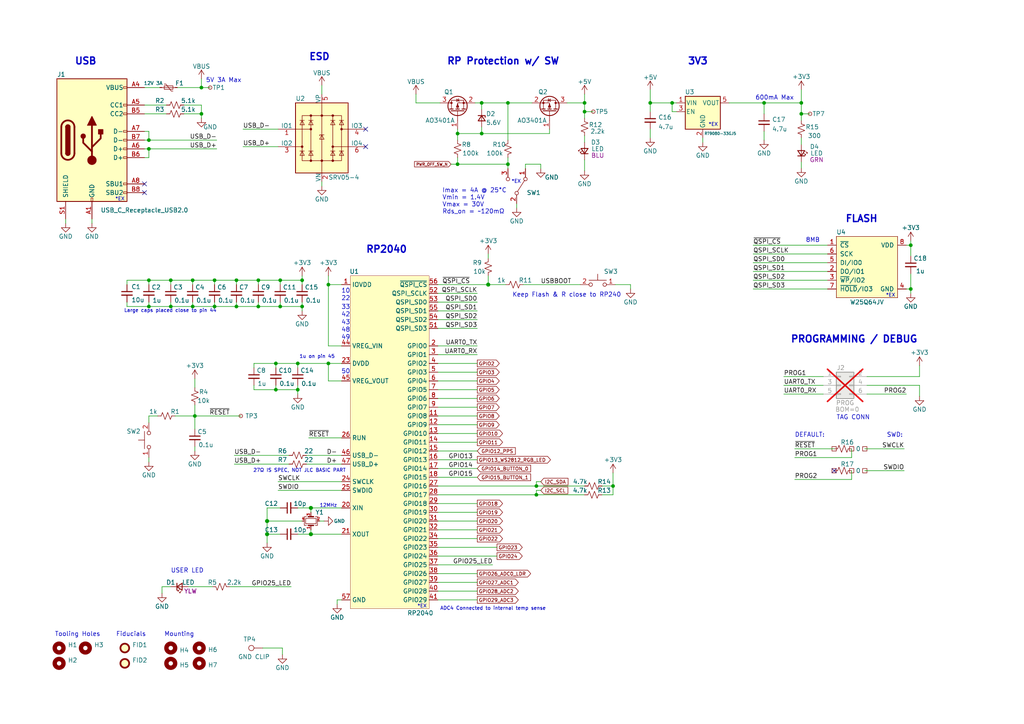
<source format=kicad_sch>
(kicad_sch (version 20230121) (generator eeschema)
  (paper "A4")
  (title_block (title "RP2040 & USB"))
  (junction (at 139.7 38.735))
  (junction (at 81.28 81.28))
  (junction (at 169.545 32.385))
  (junction (at 132.715 38.735))
  (junction (at 95.25 105.41))
  (junction (at 43.18 43.18))
  (junction (at 62.23 88.9))
  (junction (at 90.17 154.94) (diameter 1.016))
  (junction (at 80.01 105.41))
  (junction (at 49.53 81.28))
  (junction (at 43.18 40.64))
  (junction (at 139.7 29.845))
  (junction (at 194.945 29.845))
  (junction (at 81.28 88.9))
  (junction (at 87.63 81.28))
  (junction (at 147.32 29.845))
  (junction (at 77.47 151.13) (diameter 1.016))
  (junction (at 86.36 105.41))
  (junction (at 49.53 88.9))
  (junction (at 264.16 71.12))
  (junction (at 58.42 33.02))
  (junction (at 90.17 147.32) (diameter 1.016))
  (junction (at 43.18 88.9))
  (junction (at 74.93 81.28))
  (junction (at 77.47 154.94) (diameter 1.016))
  (junction (at 177.8 140.97))
  (junction (at 147.32 47.625))
  (junction (at 155.575 140.97))
  (junction (at 86.36 113.03))
  (junction (at 232.41 29.845))
  (junction (at 68.58 81.28))
  (junction (at 95.25 82.55))
  (junction (at 43.18 81.28))
  (junction (at 132.715 47.625))
  (junction (at 221.615 29.845))
  (junction (at 74.93 88.9))
  (junction (at 80.01 113.03))
  (junction (at 232.41 33.02))
  (junction (at 55.88 81.28))
  (junction (at 56.515 120.65))
  (junction (at 87.63 88.9))
  (junction (at 188.595 29.845))
  (junction (at 264.16 83.82))
  (junction (at 141.605 82.55) (diameter 1.016))
  (junction (at 58.42 25.4))
  (junction (at 68.58 88.9))
  (junction (at 62.23 81.28))
  (junction (at 155.575 143.51))
  (junction (at 169.545 29.845))
  (junction (at 55.88 88.9))
  (no_connect (at 241.935 136.525))
  (no_connect (at 106.045 42.545))
  (no_connect (at 41.91 53.34))
  (no_connect (at 106.045 37.465))
  (no_connect (at 41.91 55.88))
  (wire (pts (xy 127 102.87) (xy 138.43 102.87)))
  (wire (pts (xy 90.17 147.32) (xy 90.17 148.59)))
  (wire (pts (xy 95.25 110.49) (xy 95.25 105.41)))
  (wire (pts (xy 232.41 46.99) (xy 232.41 48.768)))
  (wire (pts (xy 41.91 38.1) (xy 43.18 38.1)))
  (wire (pts (xy 127 113.03) (xy 138.43 113.03)))
  (wire (pts (xy 262.89 71.12) (xy 264.16 71.12)))
  (wire (pts (xy 95.25 82.55) (xy 99.06 82.55)))
  (wire (pts (xy 238.76 114.3) (xy 227.33 114.3)))
  (wire (pts (xy 86.36 105.41) (xy 86.36 106.68)))
  (wire (pts (xy 81.28 88.9) (xy 81.28 87.63)))
  (wire (pts (xy 80.01 106.68) (xy 80.01 105.41)))
  (wire (pts (xy 141.605 82.55) (xy 141.605 80.01)))
  (wire (pts (xy 43.18 88.9) (xy 49.53 88.9)))
  (wire (pts (xy 49.53 88.9) (xy 49.53 87.63)))
  (wire (pts (xy 50.8 120.65) (xy 56.515 120.65)))
  (wire (pts (xy 247.015 130.175) (xy 247.015 132.715)))
  (wire (pts (xy 127 151.13) (xy 138.43 151.13)))
  (wire (pts (xy 264.16 71.12) (xy 264.16 74.295)))
  (wire (pts (xy 182.88 83.82) (xy 182.88 82.55)))
  (wire (pts (xy 137.795 29.845) (xy 139.7 29.845)))
  (wire (pts (xy 127 138.43) (xy 138.43 138.43)))
  (wire (pts (xy 266.7 111.76) (xy 266.7 114.935)))
  (wire (pts (xy 155.575 139.7) (xy 155.575 140.97)))
  (wire (pts (xy 127 105.41) (xy 138.43 105.41)))
  (wire (pts (xy 93.345 52.705) (xy 93.345 53.975)))
  (wire (pts (xy 61.595 170.18) (xy 54.61 170.18)))
  (wire (pts (xy 77.47 154.94) (xy 81.28 154.94)))
  (wire (pts (xy 93.345 24.765) (xy 93.345 27.305)))
  (wire (pts (xy 77.47 147.32) (xy 77.47 151.13)))
  (wire (pts (xy 73.66 113.03) (xy 73.66 111.76)))
  (wire (pts (xy 156.845 142.24) (xy 155.575 142.24)))
  (wire (pts (xy 155.575 142.24) (xy 155.575 143.51)))
  (wire (pts (xy 73.66 106.68) (xy 73.66 105.41)))
  (wire (pts (xy 70.485 42.545) (xy 80.645 42.545)))
  (wire (pts (xy 95.25 110.49) (xy 99.06 110.49)))
  (wire (pts (xy 232.41 40.005) (xy 232.41 41.91)))
  (wire (pts (xy 169.545 27.305) (xy 169.545 29.845)))
  (wire (pts (xy 230.505 132.715) (xy 247.015 132.715)))
  (wire (pts (xy 130.81 47.625) (xy 132.715 47.625)))
  (wire (pts (xy 127 100.33) (xy 138.43 100.33)))
  (wire (pts (xy 56.515 109.855) (xy 56.515 112.395)))
  (wire (pts (xy 90.17 154.94) (xy 99.06 154.94)))
  (wire (pts (xy 127 82.55) (xy 141.605 82.55)))
  (wire (pts (xy 240.03 76.2) (xy 218.44 76.2)))
  (wire (pts (xy 230.505 139.065) (xy 247.015 139.065)))
  (wire (pts (xy 127 85.09) (xy 138.43 85.09)))
  (wire (pts (xy 127 87.63) (xy 138.43 87.63)))
  (wire (pts (xy 127 133.35) (xy 138.43 133.35)))
  (wire (pts (xy 43.18 122.555) (xy 43.18 120.65)))
  (wire (pts (xy 43.18 45.72) (xy 43.18 43.18)))
  (wire (pts (xy 196.215 29.845) (xy 194.945 29.845)))
  (wire (pts (xy 169.545 46.355) (xy 169.545 49.53)))
  (wire (pts (xy 49.53 81.28) (xy 55.88 81.28)))
  (wire (pts (xy 127 148.59) (xy 138.43 148.59)))
  (wire (pts (xy 67.945 132.08) (xy 83.82 132.08)))
  (wire (pts (xy 194.945 29.845) (xy 188.595 29.845)))
  (wire (pts (xy 68.58 88.9) (xy 62.23 88.9)))
  (wire (pts (xy 88.9 132.08) (xy 99.06 132.08)))
  (wire (pts (xy 266.7 106.045) (xy 266.7 109.22)))
  (wire (pts (xy 55.88 88.9) (xy 55.88 87.63)))
  (wire (pts (xy 43.18 43.18) (xy 62.865 43.18)))
  (wire (pts (xy 172.085 32.385) (xy 169.545 32.385)))
  (wire (pts (xy 43.18 40.64) (xy 62.865 40.64)))
  (wire (pts (xy 127 173.99) (xy 138.43 173.99)))
  (wire (pts (xy 169.545 32.385) (xy 169.545 29.845)))
  (wire (pts (xy 127 171.45) (xy 138.43 171.45)))
  (wire (pts (xy 87.63 80.01) (xy 87.63 81.28)))
  (wire (pts (xy 139.7 29.845) (xy 139.7 31.75)))
  (wire (pts (xy 87.63 81.28) (xy 87.63 82.55)))
  (wire (pts (xy 41.91 45.72) (xy 43.18 45.72)))
  (wire (pts (xy 55.88 88.9) (xy 62.23 88.9)))
  (wire (pts (xy 127 156.21) (xy 138.43 156.21)))
  (wire (pts (xy 221.615 29.845) (xy 221.615 33.02)))
  (wire (pts (xy 155.575 143.51) (xy 169.5082 143.51)))
  (wire (pts (xy 41.91 33.02) (xy 48.26 33.02)))
  (wire (pts (xy 132.715 47.625) (xy 147.32 47.625)))
  (wire (pts (xy 169.545 32.385) (xy 169.545 34.29)))
  (wire (pts (xy 77.47 151.13) (xy 77.47 154.94)))
  (wire (pts (xy 99.06 100.33) (xy 95.25 100.33)))
  (wire (pts (xy 41.91 25.4) (xy 46.355 25.4)))
  (wire (pts (xy 87.63 87.63) (xy 87.63 88.9)))
  (wire (pts (xy 221.615 29.845) (xy 232.41 29.845)))
  (wire (pts (xy 127 140.97) (xy 155.575 140.97)))
  (wire (pts (xy 62.23 88.9) (xy 62.23 87.63)))
  (wire (pts (xy 156.845 47.625) (xy 152.4 47.625)))
  (wire (pts (xy 58.42 30.48) (xy 58.42 33.02)))
  (wire (pts (xy 62.23 82.55) (xy 62.23 81.28)))
  (wire (pts (xy 80.645 139.7) (xy 99.06 139.7)))
  (wire (pts (xy 51.435 25.4) (xy 58.42 25.4)))
  (wire (pts (xy 188.595 37.465) (xy 188.595 40.005)))
  (wire (pts (xy 218.44 71.12) (xy 240.03 71.12)))
  (wire (pts (xy 88.9 134.62) (xy 99.06 134.62)))
  (wire (pts (xy 139.7 38.735) (xy 159.385 38.735)))
  (wire (pts (xy 238.76 111.76) (xy 227.33 111.76)))
  (wire (pts (xy 76.2 187.96) (xy 81.915 187.96)))
  (wire (pts (xy 58.42 22.86) (xy 58.42 25.4)))
  (wire (pts (xy 141.605 82.55) (xy 146.685 82.55)))
  (wire (pts (xy 240.03 78.74) (xy 218.44 78.74)))
  (wire (pts (xy 95.25 105.41) (xy 99.06 105.41)))
  (wire (pts (xy 127 161.29) (xy 144.145 161.29)))
  (wire (pts (xy 70.485 37.465) (xy 80.645 37.465)))
  (wire (pts (xy 127 123.19) (xy 138.43 123.19)))
  (wire (pts (xy 141.605 73.66) (xy 141.605 74.93)))
  (wire (pts (xy 240.03 81.28) (xy 218.44 81.28)))
  (wire (pts (xy 234.95 33.02) (xy 232.41 33.02)))
  (wire (pts (xy 177.8 140.97) (xy 177.8 143.51)))
  (wire (pts (xy 99.06 173.99) (xy 97.79 173.99)))
  (wire (pts (xy 262.89 83.82) (xy 264.16 83.82)))
  (wire (pts (xy 139.7 36.83) (xy 139.7 38.735)))
  (wire (pts (xy 127 153.67) (xy 138.43 153.67)))
  (wire (pts (xy 68.58 81.28) (xy 74.93 81.28)))
  (wire (pts (xy 156.845 48.895) (xy 156.845 47.625)))
  (wire (pts (xy 26.67 63.5) (xy 26.67 64.77)))
  (wire (pts (xy 95.25 82.55) (xy 95.25 100.33)))
  (wire (pts (xy 127 128.27) (xy 138.43 128.27)))
  (wire (pts (xy 127 90.17) (xy 138.43 90.17)))
  (wire (pts (xy 188.595 26.035) (xy 188.595 29.845)))
  (wire (pts (xy 127 118.11) (xy 138.43 118.11)))
  (wire (pts (xy 58.42 33.02) (xy 58.42 34.29)))
  (wire (pts (xy 203.835 40.005) (xy 203.835 41.275)))
  (wire (pts (xy 127 146.05) (xy 138.43 146.05)))
  (wire (pts (xy 41.91 30.48) (xy 48.26 30.48)))
  (wire (pts (xy 77.47 154.94) (xy 77.47 157.48)))
  (wire (pts (xy 127 163.83) (xy 142.875 163.83)))
  (wire (pts (xy 66.675 170.18) (xy 84.455 170.18)))
  (wire (pts (xy 77.47 147.32) (xy 81.28 147.32)))
  (wire (pts (xy 127 110.49) (xy 138.43 110.49)))
  (wire (pts (xy 81.28 88.9) (xy 87.63 88.9)))
  (wire (pts (xy 232.41 29.845) (xy 232.41 33.02)))
  (wire (pts (xy 80.01 105.41) (xy 86.36 105.41)))
  (wire (pts (xy 55.88 81.28) (xy 62.23 81.28)))
  (wire (pts (xy 81.915 187.96) (xy 81.915 189.865)))
  (wire (pts (xy 81.28 81.28) (xy 87.63 81.28)))
  (wire (pts (xy 251.46 114.3) (xy 262.89 114.3)))
  (wire (pts (xy 194.945 32.385) (xy 194.945 29.845)))
  (wire (pts (xy 250.825 136.525) (xy 262.255 136.525)))
  (wire (pts (xy 120.65 29.845) (xy 127.635 29.845)))
  (wire (pts (xy 177.8 137.16) (xy 177.8 140.97)))
  (wire (pts (xy 68.58 88.9) (xy 68.58 87.63)))
  (wire (pts (xy 43.18 82.55) (xy 43.18 81.28)))
  (wire (pts (xy 238.76 109.22) (xy 227.33 109.22)))
  (wire (pts (xy 36.83 88.9) (xy 36.83 87.63)))
  (wire (pts (xy 156.845 139.7) (xy 155.575 139.7)))
  (wire (pts (xy 264.16 83.82) (xy 264.16 85.09)))
  (wire (pts (xy 56.515 120.65) (xy 69.85 120.65)))
  (wire (pts (xy 174.5882 143.51) (xy 177.8 143.51)))
  (wire (pts (xy 127 125.73) (xy 138.43 125.73)))
  (wire (pts (xy 41.91 43.18) (xy 43.18 43.18)))
  (wire (pts (xy 49.53 170.18) (xy 46.99 170.18)))
  (wire (pts (xy 147.32 29.845) (xy 147.32 40.64)))
  (wire (pts (xy 86.36 114.3) (xy 86.36 113.03)))
  (wire (pts (xy 232.41 33.02) (xy 232.41 34.925)))
  (wire (pts (xy 73.66 105.41) (xy 80.01 105.41)))
  (wire (pts (xy 90.17 147.32) (xy 99.06 147.32)))
  (wire (pts (xy 132.715 45.72) (xy 132.715 47.625)))
  (wire (pts (xy 264.16 71.12) (xy 264.16 69.85)))
  (wire (pts (xy 240.03 73.66) (xy 218.44 73.66)))
  (wire (pts (xy 151.765 82.55) (xy 168.275 82.55)))
  (wire (pts (xy 127 115.57) (xy 138.43 115.57)))
  (wire (pts (xy 211.455 29.845) (xy 221.615 29.845)))
  (wire (pts (xy 95.25 80.01) (xy 95.25 82.55)))
  (wire (pts (xy 132.715 38.735) (xy 132.715 37.465)))
  (wire (pts (xy 240.03 83.82) (xy 218.44 83.82)))
  (wire (pts (xy 152.4 47.625) (xy 152.4 48.895)))
  (wire (pts (xy 264.16 79.375) (xy 264.16 83.82)))
  (wire (pts (xy 251.46 111.76) (xy 266.7 111.76)))
  (wire (pts (xy 43.18 81.28) (xy 49.53 81.28)))
  (wire (pts (xy 81.28 82.55) (xy 81.28 81.28)))
  (wire (pts (xy 55.88 82.55) (xy 55.88 81.28)))
  (wire (pts (xy 19.05 63.5) (xy 19.05 64.77)))
  (wire (pts (xy 92.71 151.13) (xy 93.98 151.13)))
  (wire (pts (xy 196.215 32.385) (xy 194.945 32.385)))
  (wire (pts (xy 41.91 40.64) (xy 43.18 40.64)))
  (wire (pts (xy 182.88 82.55) (xy 178.435 82.55)))
  (wire (pts (xy 74.93 82.55) (xy 74.93 81.28)))
  (wire (pts (xy 127 120.65) (xy 138.43 120.65)))
  (wire (pts (xy 174.625 140.97) (xy 177.8 140.97)))
  (wire (pts (xy 230.505 130.175) (xy 241.935 130.175)))
  (wire (pts (xy 149.86 59.055) (xy 149.86 60.325)))
  (wire (pts (xy 127 166.37) (xy 138.43 166.37)))
  (wire (pts (xy 120.65 27.305) (xy 120.65 29.845)))
  (wire (pts (xy 56.515 117.475) (xy 56.515 120.65)))
  (wire (pts (xy 74.93 88.9) (xy 68.58 88.9)))
  (wire (pts (xy 53.34 30.48) (xy 58.42 30.48)))
  (wire (pts (xy 247.015 136.525) (xy 247.015 139.065)))
  (wire (pts (xy 67.945 134.62) (xy 83.82 134.62)))
  (wire (pts (xy 97.79 173.99) (xy 97.79 175.26)))
  (wire (pts (xy 89.535 127) (xy 99.06 127)))
  (wire (pts (xy 74.93 88.9) (xy 74.93 87.63)))
  (wire (pts (xy 80.645 142.24) (xy 99.06 142.24)))
  (wire (pts (xy 86.36 113.03) (xy 80.01 113.03)))
  (wire (pts (xy 127 158.75) (xy 144.145 158.75)))
  (wire (pts (xy 74.93 81.28) (xy 81.28 81.28)))
  (wire (pts (xy 36.83 88.9) (xy 43.18 88.9)))
  (wire (pts (xy 127 95.25) (xy 138.43 95.25)))
  (wire (pts (xy 56.515 129.54) (xy 56.515 130.81)))
  (wire (pts (xy 55.88 88.9) (xy 49.53 88.9)))
  (wire (pts (xy 147.32 29.845) (xy 154.305 29.845)))
  (wire (pts (xy 36.83 82.55) (xy 36.83 81.28)))
  (wire (pts (xy 127 135.89) (xy 138.43 135.89)))
  (wire (pts (xy 127 143.51) (xy 155.575 143.51)))
  (wire (pts (xy 43.18 133.985) (xy 43.18 132.715)))
  (wire (pts (xy 49.53 82.55) (xy 49.53 81.28)))
  (wire (pts (xy 221.615 38.1) (xy 221.615 40.64)))
  (wire (pts (xy 127 168.91) (xy 138.43 168.91)))
  (wire (pts (xy 139.7 29.845) (xy 147.32 29.845)))
  (wire (pts (xy 43.18 88.9) (xy 43.18 87.63)))
  (wire (pts (xy 80.01 113.03) (xy 73.66 113.03)))
  (wire (pts (xy 60.96 25.4) (xy 58.42 25.4)))
  (wire (pts (xy 155.575 140.97) (xy 169.545 140.97)))
  (wire (pts (xy 86.36 105.41) (xy 95.25 105.41)))
  (wire (pts (xy 139.7 38.735) (xy 132.715 38.735)))
  (wire (pts (xy 56.515 120.65) (xy 56.515 124.46)))
  (wire (pts (xy 127 130.81) (xy 138.43 130.81)))
  (wire (pts (xy 251.46 109.22) (xy 266.7 109.22)))
  (wire (pts (xy 87.63 88.9) (xy 87.63 90.17)))
  (wire (pts (xy 90.17 153.67) (xy 90.17 154.94)))
  (wire (pts (xy 188.595 29.845) (xy 188.595 32.385)))
  (wire (pts (xy 132.715 38.735) (xy 132.715 40.64)))
  (wire (pts (xy 159.385 38.735) (xy 159.385 37.465)))
  (wire (pts (xy 36.83 81.28) (xy 43.18 81.28)))
  (wire (pts (xy 86.36 147.32) (xy 90.17 147.32)))
  (wire (pts (xy 87.63 151.13) (xy 77.47 151.13)))
  (wire (pts (xy 62.23 81.28) (xy 68.58 81.28)))
  (wire (pts (xy 80.01 113.03) (xy 80.01 111.76)))
  (wire (pts (xy 169.545 29.845) (xy 164.465 29.845)))
  (wire (pts (xy 81.28 88.9) (xy 74.93 88.9)))
  (wire (pts (xy 86.36 154.94) (xy 90.17 154.94)))
  (wire (pts (xy 46.99 170.18) (xy 46.99 172.085)))
  (wire (pts (xy 53.34 33.02) (xy 58.42 33.02)))
  (wire (pts (xy 86.36 113.03) (xy 86.36 111.76)))
  (wire (pts (xy 127 107.95) (xy 138.43 107.95)))
  (wire (pts (xy 43.18 38.1) (xy 43.18 40.64)))
  (wire (pts (xy 250.825 130.175) (xy 262.255 130.175)))
  (wire (pts (xy 232.41 26.035) (xy 232.41 29.845)))
  (wire (pts (xy 43.18 120.65) (xy 45.72 120.65)))
  (wire (pts (xy 169.545 39.37) (xy 169.545 41.275)))
  (wire (pts (xy 127 92.71) (xy 138.43 92.71)))
  (wire (pts (xy 147.32 47.625) (xy 147.32 48.895)))
  (wire (pts (xy 68.58 82.55) (xy 68.58 81.28)))
  (wire (pts (xy 147.32 47.625) (xy 147.32 45.72)))
  (text "10" (at 101.6 85.217 0) (effects (font (size 1.27 1.27)) (justify right bottom)))
  (text "12MHz" (at 97.79 147.32 0) (effects (font (size 1 1)) (justify right bottom)))
  (text "22" (at 101.6 87.376 0) (effects (font (size 1.27 1.27)) (justify right bottom)))
  (text "5V 3A Max" (at 59.69 24.13 0) (effects (font (size 1.27 1.27)) (justify left bottom)))
  (text "3V3" (at 199.39 19.05 0) (effects (font (size 2 2) (thickness 0.4) bold) (justify left bottom)))
  (text "49" (at 101.6 98.679 0) (effects (font (size 1.27 1.27)) (justify right bottom)))
  (text "8MB" (at 233.68 70.485 0) (effects (font (size 1.27 1.27)) (justify left bottom)))
  (text "42" (at 101.6 92.075 0) (effects (font (size 1.27 1.27)) (justify right bottom)))
  (text "*EX" (at 36.195 58.42 0) (effects (font (size 1 1)) (justify right bottom)))
  (text "50" (at 101.6 108.585 0) (effects (font (size 1.27 1.27)) (justify right bottom)))
  (text "*EX" (at 259.715 86.36 0) (effects (font (size 1 1)) (justify right bottom)))
  (text "Imax = 4A @ 25°C\nVmin = 1.4V\nVmax = 30V\nRds_on = ~120mΩ" (at 128.27 62.23 0) (effects (font (size 1.27 1.27)) (justify left bottom)))
  (text "RP Protection w/ SW" (at 129.54 19.05 0) (effects (font (size 2 2) (thickness 0.4) bold) (justify left bottom)))
  (text "27Ω IS SPEC, NOT JLC BASIC PART" (at 100.33 137.16 0) (effects (font (size 1 1)) (justify right bottom)))
  (text "Tooling Holes\n" (at 15.875 184.785 0) (effects (font (size 1.27 1.27)) (justify left bottom)))
  (text "*EX" (at 208.28 36.83 0) (effects (font (size 1 1)) (justify right bottom)))
  (text "ADC4 Connected to internal temp sense" (at 127.635 177.165 0) (effects (font (size 1 1)) (justify left bottom)))
  (text "ESD" (at 89.535 17.78 0) (effects (font (size 2 2) (thickness 0.4) bold) (justify left bottom)))
  (text "Keep Flash & R close to RP240" (at 148.59 86.36 0) (effects (font (size 1.27 1.27)) (justify left bottom)))
  (text "*EX" (at 123.825 176.53 0) (effects (font (size 1 1)) (justify right bottom)))
  (text "USB" (at 21.59 19.05 0) (effects (font (size 2 2) (thickness 0.4) bold) (justify left bottom)))
  (text "TAG CONN" (at 242.57 121.92 0) (effects (font (size 1.27 1.27)) (justify left bottom)))
  (text "Mounting" (at 47.625 184.785 0) (effects (font (size 1.27 1.27)) (justify left bottom)))
  (text "Large caps placed close to pin 44" (at 62.865 90.805 0) (effects (font (size 1 1)) (justify right bottom)))
  (text "33" (at 101.6 89.916 0) (effects (font (size 1.27 1.27)) (justify right bottom)))
  (text "FLASH" (at 245.11 64.77 0) (effects (font (size 2 2) (thickness 0.4) bold) (justify left bottom)))
  (text "DEFAULT:" (at 230.505 127 0) (effects (font (size 1.27 1.27)) (justify left bottom)))
  (text "*EX" (at 151.13 53.34 0) (effects (font (size 1 1)) (justify right bottom)))
  (text "1u on pin 45\n" (at 97.155 104.14 0) (effects (font (size 1 1)) (justify right bottom)))
  (text "RP2040\n" (at 106.045 73.66 0) (effects (font (size 2 2) (thickness 0.4) bold) (justify left bottom)))
  (text "600mA Max" (at 219.075 29.21 0) (effects (font (size 1.27 1.27)) (justify left bottom)))
  (text "43" (at 101.6 94.361 0) (effects (font (size 1.27 1.27)) (justify right bottom)))
  (text "USER LED\n" (at 49.53 166.37 0) (effects (font (size 1.27 1.27)) (justify left bottom)))
  (text "Fiducials" (at 33.655 184.785 0) (effects (font (size 1.27 1.27)) (justify left bottom)))
  (text "48" (at 101.6 96.52 0) (effects (font (size 1.27 1.27)) (justify right bottom)))
  (text "PROGRAMMING / DEBUG" (at 229.235 99.695 0) (effects (font (size 2 2) (thickness 0.4) bold) (justify left bottom)))
  (text "SWD:" (at 257.175 127 0) (effects (font (size 1.27 1.27)) (justify left bottom)))
  (label "QSPI_SD3" (at 218.44 83.82 0))
  (label "SWDIO" (at 262.255 136.525 180))
  (label "~{RESET}" (at 66.675 120.65 180))
  (label "QSPI_SCLK" (at 138.43 85.09 180))
  (label "USB_D-" (at 70.485 37.465 0))
  (label "UART0_TX" (at 138.43 100.33 180))
  (label "UART0_TX" (at 227.33 111.76 0))
  (label "QSPI_SD1" (at 138.43 90.17 180))
  (label "GPIO14" (at 137.16 135.89 180))
  (label "D+" (at 97.79 134.62 180))
  (label "QSPI_SCLK" (at 218.44 73.66 0))
  (label "PROG2" (at 262.89 114.3 180))
  (label "USB_D+" (at 62.865 43.18 180))
  (label "SWDIO" (at 80.645 142.24 0))
  (label "~{RESET}" (at 89.535 127 0))
  (label "QSPI_SD3" (at 138.43 95.25 180))
  (label "PROG2" (at 230.505 139.065 0))
  (label "D-" (at 97.79 132.08 180))
  (label "UART0_RX" (at 138.43 102.87 180))
  (label "SWCLK" (at 262.255 130.175 180))
  (label "GPIO15" (at 137.16 138.43 180))
  (label "USB_D-" (at 62.865 40.64 180))
  (label "UART0_RX" (at 227.33 114.3 0))
  (label "PROG1" (at 230.505 132.715 0))
  (label "QSPI_SD2" (at 138.43 92.71 180))
  (label "~{RESET}" (at 230.505 130.175 0))
  (label "PROG1" (at 227.33 109.22 0))
  (label "SWCLK" (at 80.645 139.7 0))
  (label "QSPI_SD2" (at 218.44 81.28 0))
  (label "USBBOOT" (at 165.735 82.55 180))
  (label "USB_D-" (at 67.945 132.08 0))
  (label "USB_D+" (at 67.945 134.62 0))
  (label "GPIO13" (at 137.16 133.35 180))
  (label "~{QSPI_CS}" (at 128.27 82.55 0))
  (label "QSPI_SD0" (at 218.44 76.2 0))
  (label "QSPI_SD1" (at 218.44 78.74 0))
  (label "USB_D+" (at 70.485 42.545 0))
  (label "QSPI_SD0" (at 138.43 87.63 180))
  (label "GPIO25_LED" (at 84.455 170.18 180))
  (label "GPIO25_LED" (at 142.875 163.83 180))
  (label "~{QSPI_CS}" (at 218.44 71.12 0))
  (global_label "GPIO6" (shape output) (at 138.43 115.57 0) (effects (font (size 1 1))) (property "Intersheetrefs" "${INTERSHEET_REFS}" (effects hide)))
  (global_label "GPIO24" (shape output) (at 144.145 161.29 0) (effects (font (size 1 1))) (property "Intersheetrefs" "${INTERSHEET_REFS}" (effects hide)))
  (global_label "GPIO13_WS2812_RGB_LED" (shape output) (at 138.43 133.35 0) (effects (font (size 1 1))) (property "Intersheetrefs" "${INTERSHEET_REFS}" (effects hide)))
  (global_label "GPIO2" (shape output) (at 138.43 105.41 0) (effects (font (size 1 1))) (property "Intersheetrefs" "${INTERSHEET_REFS}" (effects hide)))
  (global_label "GPIO11" (shape output) (at 138.43 128.27 0) (effects (font (size 1 1))) (property "Intersheetrefs" "${INTERSHEET_REFS}" (effects hide)))
  (global_label "GPIO28_ADC2" (shape output) (at 138.43 171.45 0) (effects (font (size 1 1))) (property "Intersheetrefs" "${INTERSHEET_REFS}" (effects hide)))
  (global_label "GPIO9" (shape output) (at 138.43 123.19 0) (effects (font (size 1 1))) (property "Intersheetrefs" "${INTERSHEET_REFS}" (effects hide)))
  (global_label "GPIO7" (shape output) (at 138.43 118.11 0) (effects (font (size 1 1))) (property "Intersheetrefs" "${INTERSHEET_REFS}" (effects hide)))
  (global_label "GPIO22" (shape output) (at 138.43 156.21 0) (effects (font (size 1 1))) (property "Intersheetrefs" "${INTERSHEET_REFS}" (effects hide)))
  (global_label "I2C_SDA" (shape input) (at 156.845 139.7 0) (effects (font (size 1 1))) (property "Intersheetrefs" "${INTERSHEET_REFS}" (effects hide)))
  (global_label "GPIO10" (shape output) (at 138.43 125.73 0) (effects (font (size 1 1))) (property "Intersheetrefs" "${INTERSHEET_REFS}" (effects hide)))
  (global_label "GPIO14_BUTTON_0" (shape input) (at 138.43 135.89 0) (effects (font (size 1 1))) (property "Intersheetrefs" "${INTERSHEET_REFS}" (effects hide)))
  (global_label "I2C_SCL" (shape input) (at 156.845 142.24 0) (effects (font (size 1 1))) (property "Intersheetrefs" "${INTERSHEET_REFS}" (effects hide)))
  (global_label "GPIO23" (shape output) (at 144.145 158.75 0) (effects (font (size 1 1))) (property "Intersheetrefs" "${INTERSHEET_REFS}" (effects hide)))
  (global_label "GPIO21" (shape output) (at 138.43 153.67 0) (effects (font (size 1 1))) (property "Intersheetrefs" "${INTERSHEET_REFS}" (effects hide)))
  (global_label "GPIO19" (shape output) (at 138.43 148.59 0) (effects (font (size 1 1))) (property "Intersheetrefs" "${INTERSHEET_REFS}" (effects hide)))
  (global_label "GPIO15_BUTTON_1" (shape input) (at 138.43 138.43 0) (effects (font (size 1 1))) (property "Intersheetrefs" "${INTERSHEET_REFS}" (effects hide)))
  (global_label "GPIO5" (shape output) (at 138.43 113.03 0) (effects (font (size 1 1))) (property "Intersheetrefs" "${INTERSHEET_REFS}" (effects hide)))
  (global_label "GPIO12_PPS" (shape input) (at 138.43 130.81 0) (effects (font (size 1 1))) (property "Intersheetrefs" "${INTERSHEET_REFS}" (effects hide)))
  (global_label "GPIO8" (shape output) (at 138.43 120.65 0) (effects (font (size 1 1))) (property "Intersheetrefs" "${INTERSHEET_REFS}" (effects hide)))
  (global_label "GPIO26_ADC0_LDR" (shape output) (at 138.43 166.37 0) (effects (font (size 1 1))) (property "Intersheetrefs" "${INTERSHEET_REFS}" (effects hide)))
  (global_label "GPIO20" (shape output) (at 138.43 151.13 0) (effects (font (size 1 1))) (property "Intersheetrefs" "${INTERSHEET_REFS}" (effects hide)))
  (global_label "PWR_OFF_SW_N" (shape input) (at 130.81 47.625 180) (effects (font (size 0.8 0.8))) (property "Intersheetrefs" "${INTERSHEET_REFS}" (effects hide)))
  (global_label "GPIO3" (shape output) (at 138.43 107.95 0) (effects (font (size 1 1))) (property "Intersheetrefs" "${INTERSHEET_REFS}" (effects hide)))
  (global_label "GPIO29_ADC3" (shape output) (at 138.43 173.99 0) (effects (font (size 1 1))) (property "Intersheetrefs" "${INTERSHEET_REFS}" (effects hide)))
  (global_label "GPIO18" (shape output) (at 138.43 146.05 0) (effects (font (size 1 1))) (property "Intersheetrefs" "${INTERSHEET_REFS}" (effects hide)))
  (global_label "GPIO27_ADC1" (shape output) (at 138.43 168.91 0) (effects (font (size 1 1))) (property "Intersheetrefs" "${INTERSHEET_REFS}" (effects hide)))
  (global_label "GPIO4" (shape output) (at 138.43 110.49 0) (effects (font (size 1 1))) (property "Intersheetrefs" "${INTERSHEET_REFS}" (effects hide)))
  (symbol (lib_id "Device:R_Small_US") (at 56.515 114.935 0) (unit 1)
    (property "Reference" "R4" (at 59.055 113.665 0))
    (property "Value" "10k" (at 59.055 116.205 0))
    (property "Footprint" "Resistor_SMD:R_0402_1005Metric" (effects hide))
    (property "lcsc" "C25744" (effects hide))
    (property "LCSC Part #" "C25744" (effects hide))
  )
  (symbol (lib_id "power:+3.3V") (at 264.16 69.85 0) (mirror y) (unit 1)
    (property "Reference" "#PWR033" (effects hide))
    (property "Value" "+3.3V" (at 264.16 66.04 0))
  )
  (symbol (lib_id "Device:C_Small") (at 74.93 85.09 0) (unit 1)
    (property "Reference" "C9" (at 75.692 83.312 0) (effects (justify left)))
    (property "Value" "0.1u" (at 75.946 87.122 0) (effects (justify left)))
    (property "Footprint" "Capacitor_SMD:C_0402_1005Metric" (effects hide))
    (property "lcsc" "C1525" (effects hide))
    (property "desc" "16V X7R" (effects hide))
    (property "LCSC Part #" "C1525" (effects hide))
  )
  (symbol (lib_id "power:+3.3V") (at 95.25 80.01 0) (unit 1)
    (property "Reference" "#PWR017" (effects hide))
    (property "Value" "+3.3V" (at 95.25 76.2 0))
  )
  (symbol (lib_id "power:+3V3") (at 266.7 106.045 0) (mirror y) (unit 1)
    (property "Reference" "#PWR035" (effects hide))
    (property "Value" "+3V3" (at 266.7 102.235 0))
  )
  (symbol (lib_id "power:+3V3") (at 177.8 137.16 0) (mirror y) (unit 1)
    (property "Reference" "#PWR025" (effects hide))
    (property "Value" "+3V3" (at 177.8 133.35 0))
  )
  (symbol (lib_id "power:GND") (at 56.515 130.81 0) (unit 1)
    (property "Reference" "#PWR06" (effects hide))
    (property "Value" "GND" (at 56.515 134.62 0))
  )
  (symbol (lib_id "Device:C_Small") (at 86.36 109.22 0) (unit 1)
    (property "Reference" "C14" (at 87.122 107.442 0) (effects (justify left)))
    (property "Value" "0.1u" (at 87.376 111.252 0) (effects (justify left)))
    (property "Footprint" "Capacitor_SMD:C_0402_1005Metric" (effects hide))
    (property "lcsc" "C1525" (effects hide))
    (property "desc" "16V X7R" (effects hide))
    (property "LCSC Part #" "C1525" (effects hide))
  )
  (symbol (lib_id "Connector:TestPoint_Small") (at 172.085 32.385 0) (unit 1)
    (property "Reference" "TP5" (at 172.72 32.385 0) (effects (justify left)))
    (property "Value" "5V" (effects hide))
    (property "Footprint" "TestPoint:TestPoint_Pad_D1.0mm" (effects hide))
    (property "bom" "BOM=0" (effects hide))
  )
  (symbol (lib_id "Device:C_Small") (at 62.23 85.09 0) (unit 1)
    (property "Reference" "C6" (at 62.992 83.312 0) (effects (justify left)))
    (property "Value" "0.1u" (at 63.246 87.122 0) (effects (justify left)))
    (property "Footprint" "Capacitor_SMD:C_0402_1005Metric" (effects hide))
    (property "lcsc" "C1525" (effects hide))
    (property "desc" "16V X7R" (effects hide))
    (property "LCSC Part #" "C1525" (effects hide))
  )
  (symbol (lib_id "power:VBUS") (at 93.345 24.765 0) (unit 1)
    (property "Reference" "#PWR014" (effects hide))
    (property "Value" "VBUS" (at 93.345 21.1605 0))
  )
  (symbol (lib_id "Mechanical:MountingHole") (at 17.145 187.96 0) (unit 1)
    (property "Reference" "H1" (at 19.685 187.0515 0) (effects (justify left)))
    (property "Value" "Tooling_Hole_JLC" (effects hide))
    (property "Footprint" "stride_footprints:JLC_Tooling_Hole" (effects hide))
    (property "bom" "BOM=0" (effects hide))
  )
  (symbol (lib_id "Device:R_Small_US") (at 232.41 37.465 180) (unit 1)
    (property "Reference" "R15" (at 235.585 36.83 0))
    (property "Value" "300" (at 236.22 39.37 0))
    (property "Footprint" "Resistor_SMD:R_0402_1005Metric" (effects hide))
    (property "lcsc" "C25102" (effects hide))
    (property "LCSC Part #" "C25102" (effects hide))
  )
  (symbol (lib_id "Device:LED_Small") (at 169.545 43.815 90) (unit 1)
    (property "Reference" "D3" (at 172.72 41.275 90))
    (property "Value" "LED" (at 173.355 43.18 90))
    (property "Footprint" "LED_SMD:LED_0603_1608Metric" (effects hide))
    (property "desc" "VFtyp 2.8V, VFmax 3.1V, Blue" (effects hide))
    (property "lcsc" "C72041" (effects hide))
    (property "Color" "BLU" (at 173.355 45.085 90))
    (property "LCSC Part #" "C72041" (effects hide))
  )
  (symbol (lib_id "Mechanical:MountingHole") (at 57.785 192.405 0) (unit 1)
    (property "Reference" "H7" (at 60.325 192.884 0) (effects (justify left)))
    (property "Value" "Mounting_Hole" (effects hide))
    (property "Footprint" "MountingHole:MountingHole_2.7mm_M2.5" (effects hide))
    (property "bom" "BOM=0" (effects hide))
  )
  (symbol (lib_id "Transistor_FET:AO3401A") (at 132.715 32.385 90) (unit 1)
    (property "Reference" "Q1" (at 130.175 26.67 90))
    (property "Value" "AO3401A" (at 127.635 34.925 90))
    (property "Footprint" "Package_TO_SOT_SMD:SOT-23" (effects hide))
    (property "Datasheet" "http://www.aosmd.com/pdfs/datasheet/AO3401A.pdf" (effects hide))
    (property "lcsc" "C15127" (effects hide))
    (property "LCSC Part #" "C15127" (effects hide))
  )
  (symbol (lib_id "Connector:TestPoint") (at 76.2 187.96 90) (unit 1)
    (property "Reference" "TP4" (at 72.39 185.42 90))
    (property "Value" "GND CLIP" (at 73.66 190.5 90))
    (property "Footprint" "stride_footprints:ronghe_RH-5016_C5199799" (effects hide))
    (property "lcsc" "C5199799" (effects hide))
    (property "LCSC Part #" "C5199799" (effects hide))
  )
  (symbol (lib_id "power:GND") (at 156.845 48.895 0) (unit 1)
    (property "Reference" "#PWR022" (effects hide))
    (property "Value" "GND" (at 160.02 51.435 0))
  )
  (symbol (lib_id "Connector:TestPoint_Small") (at 60.96 25.4 0) (unit 1)
    (property "Reference" "TP1" (at 61.595 25.4 0) (effects (justify left)))
    (property "Value" "VBUS" (effects hide))
    (property "Footprint" "TestPoint:TestPoint_Pad_D1.0mm" (effects hide))
    (property "bom" "BOM=0" (effects hide))
  )
  (symbol (lib_id "Device:R_Small_US") (at 147.32 43.18 0) (mirror y) (unit 1)
    (property "Reference" "R10" (at 144.78 41.91 0))
    (property "Value" "100k" (at 143.51 44.45 0))
    (property "Footprint" "Resistor_SMD:R_0402_1005Metric" (effects hide))
    (property "lcsc" "C25741" (effects hide))
    (property "LCSC Part #" "C25741" (effects hide))
  )
  (symbol (lib_id "MCU_RaspberryPi:RP2040") (at 113.03 80.01 0) (unit 1)
    (property "Reference" "U1" (at 104.14 78.74 0) (effects (justify right)))
    (property "Value" "RP2040" (at 121.92 177.8 0))
    (property "Footprint" "stride_footprints:QFN-56_EP_7x7_Pitch0.4mm" (effects hide))
    (property "Datasheet" "https://datasheets.raspberrypi.org/rp2040/rp2040_datasheet.pdf" (effects hide))
    (property "lcsc" "C2040" (effects hide))
    (property "LCSC Part #" "C2040" (effects hide))
  )
  (symbol (lib_id "Device:LED_Small") (at 52.07 170.18 0) (mirror x) (unit 1)
    (property "Reference" "D1" (at 49.53 168.91 0))
    (property "Value" "LED" (at 54.61 168.91 0))
    (property "Footprint" "LED_SMD:LED_0603_1608Metric" (effects hide))
    (property "desc" "VFtyp 2V, VFmax 2.3V, Yellow" (effects hide))
    (property "lcsc" "C72038" (effects hide))
    (property "Color" "YLW" (at 55.245 171.45 0))
    (property "LCSC Part #" "C72038" (effects hide))
  )
  (symbol (lib_id "Device:R_Small_US") (at 50.8 33.02 90) (unit 1)
    (property "Reference" "R3" (at 46.355 31.75 90))
    (property "Value" "5.1k" (at 54.61 31.75 90))
    (property "Footprint" "Resistor_SMD:R_0402_1005Metric" (effects hide))
    (property "lcsc" "C25744" (effects hide))
    (property "LCSC Part #" "C25744" (effects hide))
  )
  (symbol (lib_id "Device:Polyfuse_Small") (at 48.895 25.4 270) (mirror x) (unit 1)
    (property "Reference" "F1" (at 52.07 24.13 90))
    (property "Value" "12V 3A" (at 44.45 24.13 90) (effects (font (size 1 1))))
    (property "Footprint" "Fuse:Fuse_1206_3216Metric" (effects hide))
    (property "desc" "JK-NSMD300L-12V" (effects hide))
    (property "lcsc" "C516068" (effects hide))
    (property "LCSC Part #" "C516068" (effects hide))
  )
  (symbol (lib_id "Device:R_Small_US") (at 172.085 140.97 90) (unit 1)
    (property "Reference" "R14" (at 175.26 139.7 90))
    (property "Value" "4.7k" (at 168.275 139.7 90))
    (property "Footprint" "Resistor_SMD:R_0402_1005Metric" (effects hide))
    (property "lcsc" "C25900" (effects hide))
    (property "LCSC Part #" "C25900" (effects hide))
  )
  (symbol (lib_id "Power_Protection:SRV05-4") (at 93.345 40.005 0) (unit 1)
    (property "Reference" "U2" (at 85.725 28.575 0) (effects (justify left)))
    (property "Value" "SRV05-4" (at 95.25 51.435 0) (effects (justify left)))
    (property "Footprint" "Package_TO_SOT_SMD:SOT-23-6" (effects hide))
    (property "Datasheet" "http://www.onsemi.com/pub/Collateral/SRV05-4-D.PDF" (effects hide))
    (property "lcsc" "C85364" (effects hide))
    (property "LCSC Part #" "C85364" (effects hide))
  )
  (symbol (lib_id "power:GND") (at 26.67 64.77 0) (unit 1)
    (property "Reference" "#PWR02" (effects hide))
    (property "Value" "GND" (at 26.67 68.58 0))
  )
  (symbol (lib_id "power:GND") (at 149.86 60.325 0) (unit 1)
    (property "Reference" "#PWR021" (effects hide))
    (property "Value" "GND" (at 149.86 64.135 0))
  )
  (symbol (lib_id "power:GND") (at 203.835 41.275 0) (unit 1)
    (property "Reference" "#PWR029" (effects hide))
    (property "Value" "GND" (at 203.835 45.085 0))
  )
  (symbol (lib_id "Device:R_Small_US") (at 132.715 43.18 0) (unit 1)
    (property "Reference" "R8" (at 135.255 41.91 0))
    (property "Value" "100k" (at 136.525 44.45 0))
    (property "Footprint" "Resistor_SMD:R_0402_1005Metric" (effects hide))
    (property "lcsc" "C25741" (effects hide))
    (property "LCSC Part #" "C25741" (effects hide))
  )
  (symbol (lib_id "Switch:SW_Push") (at 43.18 127.635 90) (unit 1)
    (property "Reference" "SW2" (at 38.735 125.095 90))
    (property "Value" "TS-1187A-B-A-B" (effects hide))
    (property "Footprint" "stride_footprints:SW_SPST_TL3342_RT" (effects hide))
    (property "desc" "ftp: Not Exact" (effects hide))
    (property "lcsc" "C318884" (effects hide))
    (property "LCSC Part #" "C318884" (effects hide))
  )
  (symbol (lib_id "power:GND") (at 221.615 40.64 0) (unit 1)
    (property "Reference" "#PWR030" (effects hide))
    (property "Value" "GND" (at 221.615 44.45 0))
  )
  (symbol (lib_id "Device:C_Small") (at 221.615 35.56 0) (unit 1)
    (property "Reference" "C17" (at 223.9391 34.6578 0) (effects (justify left)))
    (property "Value" "4.7u" (at 223.9391 37.4329 0) (effects (justify left)))
    (property "Footprint" "Capacitor_SMD:C_0402_1005Metric" (effects hide))
    (property "lcsc" "C23733" (effects hide))
    (property "desc" "10V X5R" (effects hide))
    (property "LCSC Part #" "C23733" (effects hide))
  )
  (symbol (lib_id "power:+3.3V") (at 141.605 73.66 0) (unit 1)
    (property "Reference" "#PWR020" (effects hide))
    (property "Value" "+3.3V" (at 141.605 69.85 0))
  )
  (symbol (lib_id "Mechanical:MountingHole") (at 49.53 187.96 0) (unit 1)
    (property "Reference" "H4" (at 52.07 188.595 0) (effects (justify left)))
    (property "Value" "Mounting_Hole" (effects hide))
    (property "Footprint" "MountingHole:MountingHole_2.7mm_M2.5" (effects hide))
    (property "bom" "BOM=0" (effects hide))
  )
  (symbol (lib_id "Mechanical:MountingHole") (at 57.785 187.96 0) (unit 1)
    (property "Reference" "H6" (at 60.325 188.439 0) (effects (justify left)))
    (property "Value" "Mounting_Hole" (effects hide))
    (property "Footprint" "MountingHole:MountingHole_2.7mm_M2.5" (effects hide))
    (property "bom" "BOM=0" (effects hide))
  )
  (symbol (lib_id "Connector:USB_C_Receptacle_USB2.0") (at 26.67 40.64 0) (unit 1)
    (property "Reference" "J1" (at 17.78 21.59 0))
    (property "Value" "USB_C_Receptacle_USB2.0" (at 41.91 60.96 0))
    (property "Footprint" "ftp:USB-C-16p" (effects hide))
    (property "Datasheet" "https://www.usb.org/sites/default/files/documents/usb_type-c.zip" (effects hide))
    (property "lcsc" "C167321" (effects hide))
    (property "LCSC Part #" "C167321" (effects hide))
  )
  (symbol (lib_id "power:GND") (at 264.16 85.09 0) (unit 1)
    (property "Reference" "#PWR034" (effects hide))
    (property "Value" "GND" (at 264.16 88.9 0))
  )
  (symbol (lib_id "Device:C_Small") (at 49.53 85.09 0) (unit 1)
    (property "Reference" "C3" (at 50.292 83.312 0) (effects (justify left)))
    (property "Value" "0.1u" (at 50.546 87.122 0) (effects (justify left)))
    (property "Footprint" "Capacitor_SMD:C_0402_1005Metric" (effects hide))
    (property "lcsc" "C1525" (effects hide))
    (property "desc" "16V X7R" (effects hide))
    (property "LCSC Part #" "C1525" (effects hide))
  )
  (symbol (lib_id "power:GND") (at 58.42 34.29 0) (unit 1)
    (property "Reference" "#PWR08" (effects hide))
    (property "Value" "GND" (at 60.96 36.83 0))
  )
  (symbol (lib_id "power:GND") (at 43.18 133.985 0) (unit 1)
    (property "Reference" "#PWR03" (effects hide))
    (property "Value" "GND" (at 43.18 137.795 0))
  )
  (symbol (lib_id "power:GND") (at 46.99 172.085 0) (unit 1)
    (property "Reference" "#PWR04" (effects hide))
    (property "Value" "GND" (at 46.99 175.895 0))
  )
  (symbol (lib_id "power:GND") (at 86.36 114.3 0) (unit 1)
    (property "Reference" "#PWR011" (effects hide))
    (property "Value" "GND" (at 86.36 118.11 0))
  )
  (symbol (lib_id "Device:C_Small") (at 81.28 85.09 0) (unit 1)
    (property "Reference" "C11" (at 82.042 83.312 0) (effects (justify left)))
    (property "Value" "0.1u" (at 82.296 87.122 0) (effects (justify left)))
    (property "Footprint" "Capacitor_SMD:C_0402_1005Metric" (effects hide))
    (property "lcsc" "C1525" (effects hide))
    (property "desc" "16V X7R" (effects hide))
    (property "LCSC Part #" "C1525" (effects hide))
  )
  (symbol (lib_id "Mechanical:Fiducial") (at 36.195 187.96 0) (unit 1)
    (property "Reference" "FID1" (at 38.354 187.0515 0) (effects (justify left)))
    (property "Value" "Fiducial" (effects hide))
    (property "Footprint" "Fiducial:Fiducial_1mm_Mask2mm" (effects hide))
    (property "bom" "BOM=0" (effects hide))
  )
  (symbol (lib_id "Device:C_Small") (at 83.82 154.94 90) (unit 1)
    (property "Reference" "C13" (at 80.645 153.67 90) (effects (justify left)))
    (property "Value" "10p" (at 88.9 153.67 90) (effects (justify left)))
    (property "Footprint" "Capacitor_SMD:C_0402_1005Metric" (effects hide))
    (property "lcsc" "C32949" (effects hide))
    (property "desc" "50V C0G" (effects hide))
    (property "LCSC Part #" "C32949" (effects hide))
  )
  (symbol (lib_id "Device:R_Small_US") (at 50.8 30.48 90) (unit 1)
    (property "Reference" "R2" (at 46.355 29.21 90))
    (property "Value" "5.1k" (at 54.61 29.21 90))
    (property "Footprint" "Resistor_SMD:R_0402_1005Metric" (effects hide))
    (property "lcsc" "C25744" (effects hide))
    (property "LCSC Part #" "C25744" (effects hide))
  )
  (symbol (lib_id "Switch:SW_SPDT") (at 149.86 53.975 270) (mirror x) (unit 1)
    (property "Reference" "SW1" (at 156.845 55.88 90) (effects (justify right)))
    (property "Value" "SSSS811101" (effects hide))
    (property "Footprint" "stride_footprints:SSSS811101" (effects hide))
    (property "lcsc" " C109335" (effects hide))
    (property "LCSC Part #" " C109335" (effects hide))
  )
  (symbol (lib_id "Device:R_Small_US") (at 141.605 77.47 0) (mirror y) (unit 1)
    (property "Reference" "R9" (at 138.43 76.2 0))
    (property "Value" "10k" (at 139.065 78.74 0))
    (property "Footprint" "Resistor_SMD:R_0402_1005Metric" (effects hide))
    (property "lcsc" "C25744" (effects hide))
    (property "LCSC Part #" "C25744" (effects hide))
  )
  (symbol (lib_id "Device:C_Small") (at 56.515 127 0) (unit 1)
    (property "Reference" "C5" (at 57.277 125.222 0) (effects (justify left)))
    (property "Value" "0.1u" (at 57.531 129.032 0) (effects (justify left)))
    (property "Footprint" "Capacitor_SMD:C_0402_1005Metric" (effects hide))
    (property "lcsc" "C1525" (effects hide))
    (property "desc" "16V X7R" (effects hide))
    (property "LCSC Part #" "C1525" (effects hide))
  )
  (symbol (lib_id "Device:Crystal_GND24_Small") (at 90.17 151.13 90) (unit 1)
    (property "Reference" "Y1" (at 91.44 148.59 90) (effects (justify right)))
    (property "Value" "XYDBPCNANF-12MHZ" (effects hide))
    (property "Footprint" "Crystal:Crystal_SMD_3225-4Pin_3.2x2.5mm" (effects hide))
    (property "lcsc" "C9002" (effects hide))
    (property "LCSC Part #" "C9002" (effects hide))
  )
  (symbol (lib_id "Device:C_Small") (at 83.82 147.32 90) (unit 1)
    (property "Reference" "C12" (at 80.645 146.05 90) (effects (justify left)))
    (property "Value" "10p" (at 88.9 146.05 90) (effects (justify left)))
    (property "Footprint" "Capacitor_SMD:C_0402_1005Metric" (effects hide))
    (property "lcsc" "C32949" (effects hide))
    (property "desc" "50V C0G" (effects hide))
    (property "LCSC Part #" "C32949" (effects hide))
  )
  (symbol (lib_id "Device:C_Small") (at 43.18 85.09 0) (unit 1)
    (property "Reference" "C2" (at 43.942 83.312 0) (effects (justify left)))
    (property "Value" "1u" (at 44.196 87.122 0) (effects (justify left)))
    (property "Footprint" "Capacitor_SMD:C_0402_1005Metric" (effects hide))
    (property "lcsc" "C52923" (effects hide))
    (property "desc" "25V X5R" (effects hide))
    (property "LCSC Part #" "C52923" (effects hide))
  )
  (symbol (lib_id "Device:D_Zener_Small") (at 139.7 34.29 270) (unit 1)
    (property "Reference" "D2" (at 140.97 33.02 90) (effects (justify left)))
    (property "Value" "5.6V" (at 140.97 35.56 90) (effects (justify left)))
    (property "Footprint" "Diode_SMD:D_MiniMELF" (effects hide))
    (property "desc" "ZMM5V6-M" (effects hide))
    (property "lcsc" "C8062" (effects hide))
    (property "LCSC Part #" "C8062" (effects hide))
  )
  (symbol (lib_id "master:R_Small_US_3pad") (at 241.935 136.525 0) (unit 1)
    (property "Reference" "R17" (at 245.745 134.62 0))
    (property "Value" "0" (at 248.92 136.525 0))
    (property "Footprint" "stride_footprints:R_0402_1005Metric_3pad" (effects hide))
    (property "lcsc" "C17168" (effects hide))
    (property "LCSC Part #" "C17168" (effects hide))
  )
  (symbol (lib_id "Memory_Flash_Extra:W25Q64JV") (at 251.46 77.47 0) (mirror y) (unit 1)
    (property "Reference" "U4" (at 242.57 67.31 0) (effects (justify right)))
    (property "Value" "W25Q64JV" (at 251.46 87.63 0))
    (property "Footprint" "Package_SON:WSON-8-1EP_4x4mm_P0.8mm_EP2.2x3mm" (effects hide))
    (property "lcsc" "C2940195" (effects hide))
    (property "desc" "8MB Flash" (effects hide))
    (property "LCSC Part #" "C2940195" (effects hide))
  )
  (symbol (lib_id "Mechanical:MountingHole") (at 49.53 192.405 0) (unit 1)
    (property "Reference" "H5" (at 52.07 192.884 0) (effects (justify left)))
    (property "Value" "Mounting_Hole" (effects hide))
    (property "Footprint" "MountingHole:MountingHole_2.7mm_M2.5" (effects hide))
    (property "bom" "BOM=0" (effects hide))
  )
  (symbol (lib_id "power:GND") (at 169.545 49.53 0) (unit 1)
    (property "Reference" "#PWR024" (effects hide))
    (property "Value" "GND" (at 169.545 53.34 0))
  )
  (symbol (lib_id "power:GND") (at 87.63 90.17 0) (unit 1)
    (property "Reference" "#PWR013" (effects hide))
    (property "Value" "GND" (at 87.63 93.98 0))
  )
  (symbol (lib_id "Device:C_Small") (at 80.01 109.22 0) (unit 1)
    (property "Reference" "C10" (at 80.772 107.442 0) (effects (justify left)))
    (property "Value" "0.1u" (at 81.026 111.252 0) (effects (justify left)))
    (property "Footprint" "Capacitor_SMD:C_0402_1005Metric" (effects hide))
    (property "lcsc" "C1525" (effects hide))
    (property "desc" "16V X7R" (effects hide))
    (property "LCSC Part #" "C1525" (effects hide))
  )
  (symbol (lib_id "Device:LED_Small") (at 232.41 44.45 270) (mirror x) (unit 1)
    (property "Reference" "D4" (at 236.22 42.545 90))
    (property "Value" "LED" (at 236.855 44.45 90))
    (property "Footprint" "LED_SMD:LED_0603_1608Metric" (effects hide))
    (property "desc" "VFtyp 3.3V, VFmax 3.7V, Green" (effects hide))
    (property "lcsc" "C72043" (effects hide))
    (property "Color" "GRN" (at 236.855 46.355 90))
    (property "LCSC Part #" "C72043" (effects hide))
  )
  (symbol (lib_id "Device:C_Small") (at 188.595 34.925 0) (unit 1)
    (property "Reference" "C16" (at 190.9191 34.0228 0) (effects (justify left)))
    (property "Value" "4.7u" (at 190.9191 36.7979 0) (effects (justify left)))
    (property "Footprint" "Capacitor_SMD:C_0402_1005Metric" (effects hide))
    (property "lcsc" "C23733" (effects hide))
    (property "desc" "10V X5R" (effects hide))
    (property "LCSC Part #" "C23733" (effects hide))
  )
  (symbol (lib_id "power:VBUS") (at 120.65 27.305 0) (unit 1)
    (property "Reference" "#PWR019" (effects hide))
    (property "Value" "VBUS" (at 120.65 23.7005 0))
  )
  (symbol (lib_id "power:GND") (at 93.345 53.975 0) (unit 1)
    (property "Reference" "#PWR015" (effects hide))
    (property "Value" "GND" (at 93.345 57.785 0))
  )
  (symbol (lib_id "Device:R_Small_US") (at 169.545 36.83 180) (unit 1)
    (property "Reference" "R12" (at 172.72 36.195 0))
    (property "Value" "2.2k" (at 173.355 38.1 0))
    (property "Footprint" "Resistor_SMD:R_0402_1005Metric" (effects hide))
    (property "lcsc" "C25879" (effects hide))
    (property "LCSC Part #" "C25879" (effects hide))
  )
  (symbol (lib_id "power:+3V3") (at 87.63 80.01 0) (unit 1)
    (property "Reference" "#PWR012" (effects hide))
    (property "Value" "+3V3" (at 87.63 76.2 0))
  )
  (symbol (lib_id "Device:R_Small_US") (at 172.0482 143.51 90) (unit 1)
    (property "Reference" "R13" (at 175.26 142.24 90))
    (property "Value" "4.7k" (at 168.2382 142.24 90))
    (property "Footprint" "Resistor_SMD:R_0402_1005Metric" (effects hide))
    (property "lcsc" "C25900" (effects hide))
    (property "LCSC Part #" "C25900" (effects hide))
  )
  (symbol (lib_id "Mechanical:MountingHole") (at 24.765 187.96 0) (unit 1)
    (property "Reference" "H3" (at 27.305 187.0515 0) (effects (justify left)))
    (property "Value" "Tooling_Hole_JLC" (effects hide))
    (property "Footprint" "stride_footprints:JLC_Tooling_Hole" (effects hide))
    (property "bom" "BOM=0" (effects hide))
  )
  (symbol (lib_id "power:GND") (at 77.47 157.48 0) (unit 1)
    (property "Reference" "#PWR09" (effects hide))
    (property "Value" "GND" (at 77.47 161.29 0))
  )
  (symbol (lib_id "Device:C_Small") (at 73.66 109.22 0) (unit 1)
    (property "Reference" "C8" (at 74.422 107.442 0) (effects (justify left)))
    (property "Value" "1u" (at 74.676 111.252 0) (effects (justify left)))
    (property "Footprint" "Capacitor_SMD:C_0402_1005Metric" (effects hide))
    (property "lcsc" "C52923" (effects hide))
    (property "desc" "25V X5R" (effects hide))
    (property "LCSC Part #" "C52923" (effects hide))
  )
  (symbol (lib_id "power:GND") (at 182.88 83.82 0) (unit 1)
    (property "Reference" "#PWR026" (effects hide))
    (property "Value" "GND" (at 182.88 87.63 0))
  )
  (symbol (lib_id "power:GND") (at 188.595 40.005 0) (unit 1)
    (property "Reference" "#PWR028" (effects hide))
    (property "Value" "GND" (at 188.595 43.815 0))
  )
  (symbol (lib_id "Mechanical:MountingHole") (at 17.145 192.405 0) (unit 1)
    (property "Reference" "H2" (at 19.685 191.4965 0) (effects (justify left)))
    (property "Value" "Tooling_Hole_JLC" (effects hide))
    (property "Footprint" "stride_footprints:JLC_Tooling_Hole" (effects hide))
    (property "bom" "BOM=0" (effects hide))
  )
  (symbol (lib_id "Device:C_Small") (at 264.16 76.835 0) (mirror y) (unit 1)
    (property "Reference" "C18" (at 268.859 74.93 0) (effects (justify left)))
    (property "Value" "1u" (at 268.224 78.613 0) (effects (justify left)))
    (property "Footprint" "Capacitor_SMD:C_0402_1005Metric" (effects hide))
    (property "lcsc" "C52923" (effects hide))
    (property "desc" "25V X5R" (effects hide))
    (property "LCSC Part #" "C52923" (effects hide))
  )
  (symbol (lib_id "Connector:TestPoint_Small") (at 69.85 120.65 0) (unit 1)
    (property "Reference" "TP3" (at 71.12 120.65 0) (effects (justify left)))
    (property "Value" "RST" (effects hide))
    (property "Footprint" "TestPoint:TestPoint_Pad_D1.0mm" (effects hide))
    (property "bom" "BOM=0" (effects hide))
  )
  (symbol (lib_id "Device:R_Small_US") (at 48.26 120.65 90) (unit 1)
    (property "Reference" "R1" (at 50.8 119.38 90))
    (property "Value" "1k" (at 44.45 119.38 90))
    (property "Footprint" "Resistor_SMD:R_0402_1005Metric" (effects hide))
    (property "lcsc" "C11702" (effects hide))
    (property "LCSC Part #" "C11702" (effects hide))
  )
  (symbol (lib_id "Connector_Generic:Conn_02x03_Odd_Even") (at 243.84 111.76 0) (unit 1) (dnp yes)
    (property "Reference" "J2" (at 243.84 106.68 0))
    (property "Value" "PROG" (at 245.11 116.84 0))
    (property "Footprint" "Connector:Tag-Connect_TC2030-IDC-NL_2x03_P1.27mm_Vertical" (effects hide))
    (property "desc" "TC2030 UART ESP-PROG Interface" (effects hide))
    (property "bom" "BOM=0" (at 245.745 118.745 0))
  )
  (symbol (lib_id "power:VBUS") (at 58.42 22.86 0) (unit 1)
    (property "Reference" "#PWR07" (effects hide))
    (property "Value" "VBUS" (at 58.42 19.2555 0))
  )
  (symbol (lib_id "power:GND") (at 266.7 114.935 0) (unit 1)
    (property "Reference" "#PWR036" (effects hide))
    (property "Value" "GND" (at 266.7 118.745 0))
  )
  (symbol (lib_id "power:GND") (at 232.41 48.768 0) (unit 1)
    (property "Reference" "#PWR032" (effects hide))
    (property "Value" "GND" (at 232.41 52.578 0))
  )
  (symbol (lib_id "Device:R_Small_US") (at 64.135 170.18 90) (mirror x) (unit 1)
    (property "Reference" "R5" (at 61.595 168.91 90))
    (property "Value" "2.2k" (at 67.945 168.91 90))
    (property "Footprint" "Resistor_SMD:R_0402_1005Metric" (effects hide))
    (property "lcsc" "C25879" (effects hide))
    (property "LCSC Part #" "C25879" (effects hide))
  )
  (symbol (lib_id "Transistor_FET:AO3401A") (at 159.385 32.385 270) (mirror x) (unit 1)
    (property "Reference" "Q2" (at 157.48 26.67 90))
    (property "Value" "AO3401A" (at 154.305 34.925 90))
    (property "Footprint" "Package_TO_SOT_SMD:SOT-23" (effects hide))
    (property "Datasheet" "http://www.aosmd.com/pdfs/datasheet/AO3401A.pdf" (effects hide))
    (property "lcsc" "C15127" (effects hide))
    (property "LCSC Part #" "C15127" (effects hide))
  )
  (symbol (lib_id "Device:C_Small") (at 55.88 85.09 0) (unit 1)
    (property "Reference" "C4" (at 56.642 83.312 0) (effects (justify left)))
    (property "Value" "0.1u" (at 56.896 87.122 0) (effects (justify left)))
    (property "Footprint" "Capacitor_SMD:C_0402_1005Metric" (effects hide))
    (property "lcsc" "C1525" (effects hide))
    (property "desc" "16V X7R" (effects hide))
    (property "LCSC Part #" "C1525" (effects hide))
  )
  (symbol (lib_id "power:+5V") (at 169.545 27.305 0) (unit 1)
    (property "Reference" "#PWR023" (effects hide))
    (property "Value" "+5V" (at 169.545 23.7005 0))
  )
  (symbol (lib_id "Mechanical:Fiducial") (at 36.195 192.405 0) (unit 1)
    (property "Reference" "FID2" (at 38.354 191.4965 0) (effects (justify left)))
    (property "Value" "Fiducial" (effects hide))
    (property "Footprint" "Fiducial:Fiducial_1mm_Mask2mm" (effects hide))
    (property "bom" "BOM=0" (effects hide))
  )
  (symbol (lib_id "Device:R_Small_US") (at 86.36 134.62 90) (unit 1)
    (property "Reference" "R7" (at 81.915 133.35 90))
    (property "Value" "22" (at 89.535 133.35 90))
    (property "Footprint" "Resistor_SMD:R_0402_1005Metric" (effects hide))
    (property "lcsc" "C25092" (effects hide))
    (property "LCSC Part #" "C25092" (effects hide))
  )
  (symbol (lib_id "Regulator_Linear:AP2112K-3.3") (at 203.835 32.385 0) (unit 1)
    (property "Reference" "U3" (at 200.025 26.67 0))
    (property "Value" "RT9080-33GJ5" (at 208.915 38.735 0) (effects (font (size 0.8 0.8))))
    (property "Footprint" "Package_TO_SOT_SMD:SOT-23-5" (effects hide))
    (property "Datasheet" "https://datasheet.lcsc.com/lcsc/2009192305_Richtek-Tech-RT9080-33GJ5_C841192.pdf" (effects hide))
    (property "lcsc" "C841192" (effects hide))
    (property "desc" "3V3 600mA LDO" (effects hide))
    (property "LCSC Part #" "C841192" (effects hide))
  )
  (symbol (lib_id "Device:C_Small") (at 36.83 85.09 0) (unit 1)
    (property "Reference" "C1" (at 38.1 83.185 0) (effects (justify left)))
    (property "Value" "10u" (at 38.1 86.995 0) (effects (justify left)))
    (property "Footprint" "Capacitor_SMD:C_0402_1005Metric" (effects hide))
    (property "lcsc" "C15525" (effects hide))
    (property "desc" "6.3V X5R" (effects hide))
    (property "LCSC Part #" "C15525" (effects hide))
  )
  (symbol (lib_id "power:GND") (at 19.05 64.77 0) (unit 1)
    (property "Reference" "#PWR01" (effects hide))
    (property "Value" "GND" (at 19.05 68.58 0))
  )
  (symbol (lib_id "power:GND") (at 93.98 151.13 90) (unit 1)
    (property "Reference" "#PWR016" (effects hide))
    (property "Value" "GND" (at 98.425 151.13 90) (effects (font (size 1 1))))
  )
  (symbol (lib_id "power:GND") (at 97.79 175.26 0) (unit 1)
    (property "Reference" "#PWR018" (effects hide))
    (property "Value" "GND" (at 97.79 179.07 0))
  )
  (symbol (lib_id "power:+3V3") (at 56.515 109.855 0) (mirror y) (unit 1)
    (property "Reference" "#PWR05" (effects hide))
    (property "Value" "+3V3" (at 56.515 106.045 0))
  )
  (symbol (lib_id "Device:R_Small_US") (at 86.36 132.08 90) (unit 1)
    (property "Reference" "R6" (at 81.915 130.81 90))
    (property "Value" "22" (at 89.535 130.81 90))
    (property "Footprint" "Resistor_SMD:R_0402_1005Metric" (effects hide))
    (property "lcsc" "C25092" (effects hide))
    (property "LCSC Part #" "C25092" (effects hide))
  )
  (symbol (lib_id "Switch:SW_Push") (at 173.355 82.55 0) (mirror y) (unit 1)
    (property "Reference" "SW3" (at 177.165 78.74 0))
    (property "Value" "TS-1187A-B-A-B" (effects hide))
    (property "Footprint" "stride_footprints:SW_SPST_TL3342_RT" (effects hide))
    (property "desc" "ftp: Not Exact" (effects hide))
    (property "lcsc" "C318884" (effects hide))
    (property "LCSC Part #" "C318884" (effects hide))
  )
  (symbol (lib_id "Device:C_Small") (at 68.58 85.09 0) (unit 1)
    (property "Reference" "C7" (at 69.342 83.312 0) (effects (justify left)))
    (property "Value" "0.1u" (at 69.596 87.122 0) (effects (justify left)))
    (property "Footprint" "Capacitor_SMD:C_0402_1005Metric" (effects hide))
    (property "lcsc" "C1525" (effects hide))
    (property "desc" "16V X7R" (effects hide))
    (property "LCSC Part #" "C1525" (effects hide))
  )
  (symbol (lib_id "master:R_Small_US_3pad") (at 241.935 130.175 0) (unit 1)
    (property "Reference" "R16" (at 245.745 128.27 0))
    (property "Value" "0" (at 248.92 130.175 0))
    (property "Footprint" "stride_footprints:R_0402_1005Metric_3pad" (effects hide))
    (property "lcsc" "C17168" (effects hide))
    (property "LCSC Part #" "C17168" (effects hide))
  )
  (symbol (lib_id "power:+3V3") (at 232.41 26.035 0) (unit 1)
    (property "Reference" "#PWR031" (effects hide))
    (property "Value" "+3V3" (at 232.41 22.225 0))
  )
  (symbol (lib_id "Device:R_Small_US") (at 149.225 82.55 90) (unit 1)
    (property "Reference" "R11" (at 152.4 81.28 90))
    (property "Value" "1k" (at 145.415 81.28 90))
    (property "Footprint" "Resistor_SMD:R_0402_1005Metric" (effects hide))
    (property "lcsc" "C11702" (effects hide))
    (property "LCSC Part #" "C11702" (effects hide))
  )
  (symbol (lib_id "power:GND") (at 81.915 189.865 0) (unit 1)
    (property "Reference" "#PWR010" (effects hide))
    (property "Value" "GND" (at 81.915 193.675 0))
  )
  (symbol (lib_id "Device:C_Small") (at 87.63 85.09 0) (unit 1)
    (property "Reference" "C15" (at 88.392 83.312 0) (effects (justify left)))
    (property "Value" "0.1u" (at 88.646 87.122 0) (effects (justify left)))
    (property "Footprint" "Capacitor_SMD:C_0402_1005Metric" (effects hide))
    (property "lcsc" "C1525" (effects hide))
    (property "desc" "16V X7R" (effects hide))
    (property "LCSC Part #" "C1525" (effects hide))
  )
  (symbol (lib_id "power:+5V") (at 188.595 26.035 0) (unit 1)
    (property "Reference" "#PWR027" (effects hide))
    (property "Value" "+5V" (at 188.595 22.4305 0))
  )
  (symbol (lib_id "Connector:TestPoint_Small") (at 234.95 33.02 0) (unit 1)
    (property "Reference" "TP7" (at 235.585 33.02 0) (effects (justify left)))
    (property "Value" "3V3" (effects hide))
    (property "Footprint" "TestPoint:TestPoint_Pad_D1.0mm" (effects hide))
    (property "bom" "BOM=0" (effects hide))
  )
)
</source>
